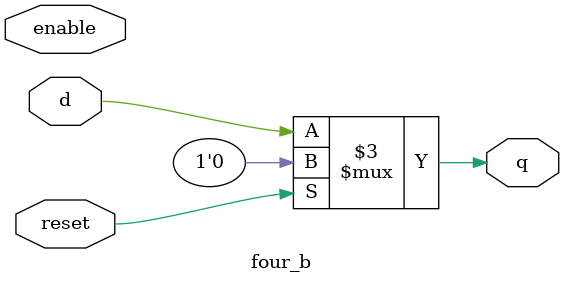
<source format=v>
module four_b( reset,enable,d,q);
input d;
input enable;
input reset;
output reg q;
always @ ( *)
begin
if (reset) 
  q<= 0;
else
   q<=d;
end
endmodule

</source>
